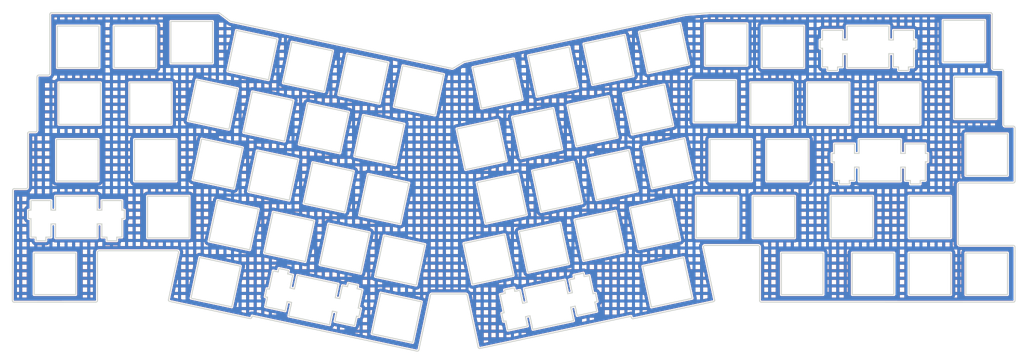
<source format=kicad_pcb>
(kicad_pcb (version 20211014) (generator pcbnew)
  (layers (0 "F.Cu" signal) (31 "B.Cu" signal) (34 "B.Paste" user) (35 "F.Paste" user) (36 "B.SilkS" user "B.Silkscreen") (37 "F.SilkS" user "F.Silkscreen") (38 "B.Mask" user) (39 "F.Mask" user) (44 "Edge.Cuts" user))
  (net 0 "")
  (gr_line (start 70.06905 161.5191) (end 70.06905 165.9895) (layer "Edge.Cuts") (width 0.35))
  (gr_line (start 230.19892 177.809304) (end 243.89392 174.897504) (layer "Edge.Cuts") (width 0.35))
  (gr_line (start 87.11945 161.5191) (end 85.59405 161.5191) (layer "Edge.Cuts") (width 0.35))
  (gr_line (start 259.61592 157.242104) (end 245.92192 160.153904) (layer "Edge.Cuts") (width 0.35))
  (gr_line (start 250.754583 178.863058) (end 249.067583 179.224128) (layer "Edge.Cuts") (width 0.35))
  (gr_line (start 194.427095 187.647305) (end 180.732095 184.735505) (layer "Edge.Cuts") (width 0.35))
  (gr_line (start 244.00692 102.132704) (end 230.31292 105.044804) (layer "Edge.Cuts") (width 0.35))
  (gr_line (start 87.11945 153.6906) (end 93.86915 153.6906) (layer "Edge.Cuts") (width 0.35))
  (gr_line (start 139.691095 156.536805) (end 125.996495 153.626405) (layer "Edge.Cuts") (width 0.35))
  (gr_line (start 167.919095 182.248105) (end 166.990095 186.619305) (layer "Edge.Cuts") (width 0.35))
  (gr_line (start 150.313095 183.075005) (end 151.242095 178.702505) (layer "Edge.Cuts") (width 0.35))
  (gr_line (start 337.36265 95.070196) (end 337.36265 99.771196) (layer "Edge.Cuts") (width 0.35))
  (gr_line (start 352.88665 104.370696) (end 352.88665 108.839596) (layer "Edge.Cuts") (width 0.35))
  (gr_line (start 268.71492 175.758804) (end 271.62492 189.452404) (layer "Edge.Cuts") (width 0.35))
  (gr_curve (pts (xy 112.888935 171.125027) (xy 112.888935 171.125027) (xy 109.478352 187.060395) (xy 109.478352 187.060395)) (layer "Edge.Cuts") (width 0.35))
  (gr_line (start 98.09535 147.169696) (end 98.09535 133.170396) (layer "Edge.Cuts") (width 0.35))
  (gr_line (start 351.36365 104.370696) (end 352.88665 104.370696) (layer "Edge.Cuts") (width 0.35))
  (gr_line (start 291.26165 133.170396) (end 305.26165 133.170396) (layer "Edge.Cuts") (width 0.35))
  (gr_line (start 70.06905 165.9895) (end 68.34505 165.9895) (layer "Edge.Cuts") (width 0.35))
  (gr_curve (pts (xy 209.27362 185.03005) (xy 209.509623 185.030244) (xy 209.713354 185.195432) (xy 209.762325 185.426298)) (layer "Edge.Cuts") (width 0.35))
  (gr_line (start 351.36365 99.771196) (end 351.36365 95.070196) (layer "Edge.Cuts") (width 0.35))
  (gr_line (start 234.62392 157.392404) (end 248.31892 154.482004) (layer "Edge.Cuts") (width 0.35))
  (gr_line (start 248.31892 154.482004) (end 245.40692 140.788204) (layer "Edge.Cuts") (width 0.35))
  (gr_line (start 157.909095 140.934505) (end 154.997095 154.627905) (layer "Edge.Cuts") (width 0.35))
  (gr_line (start 173.444095 192.695005) (end 174.025095 189.955505) (layer "Edge.Cuts") (width 0.35))
  (gr_line (start 335.83865 104.370696) (end 337.36265 104.370696) (layer "Edge.Cuts") (width 0.35))
  (gr_line (start 244.152583 180.265918) (end 245.080583 184.639798) (layer "Edge.Cuts") (width 0.35))
  (gr_line (start 354.61365 110.039796) (end 357.91365 110.039796) (layer "Edge.Cuts") (width 0.35))
  (gr_line (start 270.49092 110.817304) (end 284.18492 107.906804) (layer "Edge.Cuts") (width 0.35))
  (gr_line (start 257.28592 118.787904) (end 243.59192 121.696904) (layer "Edge.Cuts") (width 0.35))
  (gr_line (start 116.47585 152.220396) (end 116.47585 166.219696) (layer "Edge.Cuts") (width 0.35))
  (gr_line (start 363.616602 146.939592) (end 363.616602 140.669692) (layer "Edge.Cuts") (width 0.35))
  (gr_line (start 150.922095 100.497005) (end 148.012095 114.192205) (layer "Edge.Cuts") (width 0.35))
  (gr_curve (pts (xy 109.978343 187.560386) (xy 109.978343 187.560386) (xy 136.984791 193.316839) (xy 136.984791 193.316839)) (layer "Edge.Cuts") (width 0.35))
  (gr_line (start 383.55765 93.164196) (end 383.55765 107.165396) (layer "Edge.Cuts") (width 0.35))
  (gr_line (start 209.23492 143.314104) (end 222.92792 140.402604) (layer "Edge.Cuts") (width 0.35))
  (gr_line (start 347.84065 128.119696) (end 347.84065 114.120396) (layer "Edge.Cuts") (width 0.35))
  (gr_line (start 102.47615 166.219696) (end 102.47615 152.220396) (layer "Edge.Cuts") (width 0.35))
  (gr_line (start 188.190095 108.418305) (end 185.280095 122.113505) (layer "Edge.Cuts") (width 0.35))
  (gr_line (start 146.328095 177.657905) (end 144.640095 177.299605) (layer "Edge.Cuts") (width 0.35))
  (gr_line (start 94.69465 159.7196) (end 93.86915 159.7196) (layer "Edge.Cuts") (width 0.35))
  (gr_line (start 322.78865 95.070196) (end 322.78865 109.069696) (layer "Edge.Cuts") (width 0.35))
  (gr_line (start 123.086095 167.319805) (end 136.780995 170.230305) (layer "Edge.Cuts") (width 0.35))
  (gr_line (start 96.47365 114.120396) (end 110.47575 114.120396) (layer "Edge.Cuts") (width 0.35))
  (gr_line (start 155.415095 174.192105) (end 158.324095 160.498505) (layer "Edge.Cuts") (width 0.35))
  (gr_line (start 338.02865 114.120396) (end 338.02865 128.119696) (layer "Edge.Cuts") (width 0.35))
  (gr_line (start 146.576095 176.483805) (end 146.328095 177.657905) (layer "Edge.Cuts") (width 0.35))
  (gr_line (start 169.556095 104.458005) (end 166.646095 118.151405) (layer "Edge.Cuts") (width 0.35))
  (gr_curve (pts (xy 205.048169 109.282818) (xy 204.939487 109.348462) (xy 204.809902 109.3703) (xy 204.685709 109.343902)) (layer "Edge.Cuts") (width 0.35))
  (gr_line (start 315.26465 171.268896) (end 329.26565 171.268896) (layer "Edge.Cuts") (width 0.35))
  (gr_line (start 250.34592 139.738304) (end 253.25792 153.431804) (layer "Edge.Cuts") (width 0.35))
  (gr_line (start 355.341602 133.170392) (end 341.342602 133.170392) (layer "Edge.Cuts") (width 0.35))
  (gr_line (start 192.681095 182.113105) (end 195.593095 168.419405) (layer "Edge.Cuts") (width 0.35))
  (gr_line (start 363.616602 137.870792) (end 363.616602 134.640692) (layer "Edge.Cuts") (width 0.35))
  (gr_line (start 110.47575 114.120396) (end 110.47575 128.119696) (layer "Edge.Cuts") (width 0.35))
  (gr_line (start 356.867602 134.640692) (end 356.867602 137.870792) (layer "Edge.Cuts") (width 0.35))
  (gr_line (start 291.26165 147.169696) (end 291.26165 133.170396) (layer "Edge.Cuts") (width 0.35))
  (gr_curve (pts (xy 385.578329 90.640398) (xy 385.578329 90.640398) (xy 291.209338 90.640398) (xy 291.209338 90.640398)) (layer "Edge.Cuts") (width 0.35))
  (gr_line (start 133.668095 175.706605) (end 119.974595 172.794805) (layer "Edge.Cuts") (width 0.35))
  (gr_line (start 305.26165 147.169696) (end 291.26165 147.169696) (layer "Edge.Cuts") (width 0.35))
  (gr_curve (pts (xy 130.255339 93.475039) (xy 130.255339 93.475039) (xy 126.63492 90.741371) (xy 126.63492 90.741371)) (layer "Edge.Cuts") (width 0.35))
  (gr_line (start 310.31165 147.169696) (end 310.31165 133.170396) (layer "Edge.Cuts") (width 0.35))
  (gr_line (start 174.025095 189.955505) (end 173.219095 189.783205) (layer "Edge.Cuts") (width 0.35))
  (gr_line (start 136.780995 170.230305) (end 139.691095 156.536805) (layer "Edge.Cuts") (width 0.35))
  (gr_line (start 221.950583 194.258498) (end 222.758583 194.086298) (layer "Edge.Cuts") (width 0.35))
  (gr_line (start 391.17765 145.265396) (end 377.17765 145.265396) (layer "Edge.Cuts") (width 0.35))
  (gr_curve (pts (xy 283.250387 91.242458) (xy 283.22815 91.244144) (xy 283.20605 91.247317) (xy 283.184235 91.251953)) (layer "Edge.Cuts") (width 0.35))
  (gr_curve (pts (xy 137.568347 192.450376) (xy 137.568347 192.450376) (xy 193.078331 204.260379) (xy 193.078331 204.260379)) (layer "Edge.Cuts") (width 0.35))
  (gr_line (start 96.47365 128.119696) (end 96.47365 114.120396) (layer "Edge.Cuts") (width 0.35))
  (gr_line (start 330.81265 108.839596) (end 330.81265 110.039796) (layer "Edge.Cuts") (width 0.35))
  (gr_line (start 166.475095 181.706605) (end 152.781095 178.794805) (layer "Edge.Cuts") (width 0.35))
  (gr_line (start 180.732095 184.735505) (end 177.822095 198.429085) (layer "Edge.Cuts") (width 0.35))
  (gr_line (start 148.428095 133.755105) (end 151.340095 120.061405) (layer "Edge.Cuts") (width 0.35))
  (gr_line (start 174.523095 183.651005) (end 172.836095 183.292705) (layer "Edge.Cuts") (width 0.35))
  (gr_line (start 246.50092 135.391804) (end 260.19592 132.481304) (layer "Edge.Cuts") (width 0.35))
  (gr_line (start 229.68492 158.442304) (end 226.77292 144.748804) (layer "Edge.Cuts") (width 0.35))
  (gr_curve (pts (xy 374.648363 148.280665) (xy 374.648363 148.004417) (xy 374.872385 147.780516) (xy 375.148633 147.780665)) (layer "Edge.Cuts") (width 0.35))
  (gr_line (start 222.758583 194.086298) (end 223.429583 197.246098) (layer "Edge.Cuts") (width 0.35))
  (gr_line (start 285.92765 113.358396) (end 299.92865 113.358396) (layer "Edge.Cuts") (width 0.35))
  (gr_line (start 174.047095 178.152605) (end 176.959095 164.457705) (layer "Edge.Cuts") (width 0.35))
  (gr_line (start 139.274095 136.972805) (end 136.363595 150.666205) (layer "Edge.Cuts") (width 0.35))
  (gr_line (start 359.63765 99.771196) (end 359.63765 96.541196) (layer "Edge.Cuts") (width 0.35))
  (gr_line (start 169.607095 182.606405) (end 167.919095 182.248105) (layer "Edge.Cuts") (width 0.35))
  (gr_line (start 248.83292 173.847504) (end 262.52792 170.937004) (layer "Edge.Cuts") (width 0.35))
  (gr_line (start 72.18705 95.070196) (end 86.18635 95.070196) (layer "Edge.Cuts") (width 0.35))
  (gr_line (start 358.12765 152.220396) (end 372.12665 152.220396) (layer "Edge.Cuts") (width 0.35))
  (gr_curve (pts (xy 308.468316 187.80038) (xy 308.468316 187.80038) (xy 393.208299 187.810392) (xy 393.208299 187.810392)) (layer "Edge.Cuts") (width 0.35))
  (gr_line (start 141.720095 171.280305) (end 155.415095 174.192105) (layer "Edge.Cuts") (width 0.35))
  (gr_line (start 86.18635 95.070196) (end 86.18635 109.069696) (layer "Edge.Cuts") (width 0.35))
  (gr_line (start 347.84065 114.120396) (end 361.83965 114.120396) (layer "Edge.Cuts") (width 0.35))
  (gr_curve (pts (xy 283.184235 91.251953) (xy 283.184235 91.251953) (xy 208.764429 107.070475) (xy 208.764429 107.070475)) (layer "Edge.Cuts") (width 0.35))
  (gr_line (start 253.25792 153.431804) (end 266.95092 150.519904) (layer "Edge.Cuts") (width 0.35))
  (gr_curve (pts (xy 393.708268 129.240389) (xy 393.708268 128.964264) (xy 393.484466 128.740419) (xy 393.208299 128.740398)) (layer "Edge.Cuts") (width 0.35))
  (gr_line (start 240.98192 161.203804) (end 227.28892 164.114204) (layer "Edge.Cuts") (width 0.35))
  (gr_line (start 357.91365 110.039796) (end 357.91365 108.839596) (layer "Edge.Cuts") (width 0.35))
  (gr_line (start 227.28892 164.114204) (end 230.19892 177.809304) (layer "Edge.Cuts") (width 0.35))
  (gr_line (start 356.867602 137.870792) (end 355.341602 137.870792) (layer "Edge.Cuts") (width 0.35))
  (gr_line (start 86.66325 128.119696) (end 72.66365 128.119696) (layer "Edge.Cuts") (width 0.35))
  (gr_line (start 335.83865 108.839596) (end 335.83865 104.370696) (layer "Edge.Cuts") (width 0.35))
  (gr_line (start 372.12665 185.269796) (end 358.12765 185.269796) (layer "Edge.Cuts") (width 0.35))
  (gr_line (start 230.851583 192.366498) (end 231.828583 196.963598) (layer "Edge.Cuts") (width 0.35))
  (gr_line (start 352.88665 99.771196) (end 351.36365 99.771196) (layer "Edge.Cuts") (width 0.35))
  (gr_line (start 243.89392 174.897504) (end 240.98192 161.203804) (layer "Edge.Cuts") (width 0.35))
  (gr_line (start 341.342602 142.470692) (end 341.342602 147.169692) (layer "Edge.Cuts") (width 0.35))
  (gr_curve (pts (xy 130.452676 93.565085) (xy 130.3811 93.549871) (xy 130.313737 93.519133) (xy 130.255339 93.475039)) (layer "Edge.Cuts") (width 0.35))
  (gr_line (start 222.34992 165.164404) (end 208.65592 168.074904) (layer "Edge.Cuts") (width 0.35))
  (gr_line (start 264.55592 156.191904) (end 267.46692 169.887004) (layer "Edge.Cuts") (width 0.35))
  (gr_line (start 253.311583 190.894698) (end 252.639583 187.734898) (layer "Edge.Cuts") (width 0.35))
  (gr_line (start 318.97865 114.120396) (end 318.97865 128.119696) (layer "Edge.Cuts") (width 0.35))
  (gr_curve (pts (xy 193.578343 203.760388) (xy 193.578343 203.760388) (xy 197.474142 185.416853) (xy 197.474142 185.416853)) (layer "Edge.Cuts") (width 0.35))
  (gr_line (start 64.37625 171.268896) (end 78.37585 171.268896) (layer "Edge.Cuts") (width 0.35))
  (gr_line (start 149.805095 177.171405) (end 146.576095 176.483805) (layer "Edge.Cuts") (width 0.35))
  (gr_line (start 183.250095 107.368405) (end 169.556095 104.458005) (layer "Edge.Cuts") (width 0.35))
  (gr_line (start 171.965095 195.681265) (end 172.636095 192.522805) (layer "Edge.Cuts") (width 0.35))
  (gr_line (start 260.19592 132.481304) (end 257.28592 118.787904) (layer "Edge.Cuts") (width 0.35))
  (gr_line (start 222.559583 184.856198) (end 220.871583 185.215798) (layer "Edge.Cuts") (width 0.35))
  (gr_line (start 187.326095 161.499005) (end 190.237095 147.805605) (layer "Edge.Cuts") (width 0.35))
  (gr_line (start 352.88665 96.541196) (end 352.88665 99.771196) (layer "Edge.Cuts") (width 0.35))
  (gr_line (start 363.616602 134.640692) (end 356.867602 134.640692) (layer "Edge.Cuts") (width 0.35))
  (gr_line (start 178.988095 179.201305) (end 192.681095 182.113105) (layer "Edge.Cuts") (width 0.35))
  (gr_line (start 87.11945 165.9895) (end 87.11945 161.5191) (layer "Edge.Cuts") (width 0.35))
  (gr_line (start 229.895583 187.867198) (end 228.403583 188.184098) (layer "Edge.Cuts") (width 0.35))
  (gr_line (start 305.73965 152.220396) (end 319.74065 152.220396) (layer "Edge.Cuts") (width 0.35))
  (gr_line (start 110.28705 93.546196) (end 124.28635 93.546196) (layer "Edge.Cuts") (width 0.35))
  (gr_line (start 220.01792 126.708804) (end 206.32292 129.619304) (layer "Edge.Cuts") (width 0.35))
  (gr_line (start 334.792602 148.139792) (end 338.092602 148.139792) (layer "Edge.Cuts") (width 0.35))
  (gr_line (start 149.357095 187.574205) (end 150.848095 187.892605) (layer "Edge.Cuts") (width 0.35))
  (gr_line (start 245.40692 140.788204) (end 231.71392 143.698604) (layer "Edge.Cuts") (width 0.35))
  (gr_line (start 213.07992 147.659204) (end 215.98992 161.352704) (layer "Edge.Cuts") (width 0.35))
  (gr_line (start 333.067602 137.870792) (end 332.241602 137.870792) (layer "Edge.Cuts") (width 0.35))
  (gr_line (start 164.616095 103.408005) (end 150.922095 100.497005) (layer "Edge.Cuts") (width 0.35))
  (gr_line (start 358.12765 171.268896) (end 372.12665 171.268896) (layer "Edge.Cuts") (width 0.35))
  (gr_line (start 245.589583 178.734898) (end 245.838583 179.909008) (layer "Edge.Cuts") (width 0.35))
  (gr_line (start 68.34505 167.1897) (end 65.04465 167.1897) (layer "Edge.Cuts") (width 0.35))
  (gr_curve (pts (xy 213.958344 203.350378) (xy 213.958344 203.350378) (xy 264.80832 192.530389) (xy 264.80832 192.530389)) (layer "Edge.Cuts") (width 0.35))
  (gr_line (start 151.340095 120.061405) (end 137.645095 117.150905) (layer "Edge.Cuts") (width 0.35))
  (gr_line (start 319.74065 166.219696) (end 305.73965 166.219696) (layer "Edge.Cuts") (width 0.35))
  (gr_line (start 341.342602 137.870792) (end 339.816602 137.870792) (layer "Edge.Cuts") (width 0.35))
  (gr_line (start 176.959095 164.457705) (end 163.264095 161.547305) (layer "Edge.Cuts") (width 0.35))
  (gr_line (start 266.95092 150.519904) (end 264.04092 136.826504) (layer "Edge.Cuts") (width 0.35))
  (gr_line (start 130.758995 189.400205) (end 133.668095 175.706605) (layer "Edge.Cuts") (width 0.35))
  (gr_line (start 334.11365 108.839596) (end 335.83865 108.839596) (layer "Edge.Cuts") (width 0.35))
  (gr_line (start 356.867602 142.470692) (end 356.867602 146.939592) (layer "Edge.Cuts") (width 0.35))
  (gr_line (start 158.324095 160.498505) (end 144.630095 157.586705) (layer "Edge.Cuts") (width 0.35))
  (gr_line (start 357.91365 108.839596) (end 359.63765 108.839596) (layer "Edge.Cuts") (width 0.35))
  (gr_line (start 353.07665 171.268896) (end 353.07665 185.269796) (layer "Edge.Cuts") (width 0.35))
  (gr_line (start 355.341602 142.470692) (end 356.867602 142.470692) (layer "Edge.Cuts") (width 0.35))
  (gr_line (start 63.31805 156.9207) (end 63.31805 153.6906) (layer "Edge.Cuts") (width 0.35))
  (gr_line (start 337.36265 109.069696) (end 351.36365 109.069696) (layer "Edge.Cuts") (width 0.35))
  (gr_line (start 329.08765 99.771196) (end 328.26265 99.771196) (layer "Edge.Cuts") (width 0.35))
  (gr_line (start 324.31165 147.169696) (end 310.31165 147.169696) (layer "Edge.Cuts") (width 0.35))
  (gr_curve (pts (xy 386.078329 91.140398) (xy 386.078329 90.864255) (xy 385.854471 90.640398) (xy 385.578329 90.640398)) (layer "Edge.Cuts") (width 0.35))
  (gr_line (start 253.446583 187.563998) (end 252.865583 184.824498) (layer "Edge.Cuts") (width 0.35))
  (gr_line (start 117.730995 146.705605) (end 131.424695 149.617405) (layer "Edge.Cuts") (width 0.35))
  (gr_curve (pts (xy 69.658345 111.090389) (xy 69.658345 111.366532) (xy 69.434487 111.590389) (xy 69.158345 111.590389)) (layer "Edge.Cuts") (width 0.35))
  (gr_line (start 285.58492 146.561104) (end 282.67492 132.864504) (layer "Edge.Cuts") (width 0.35))
  (gr_line (start 351.36365 95.070196) (end 337.36265 95.070196) (layer "Edge.Cuts") (width 0.35))
  (gr_line (start 70.0693 153.6906) (end 70.06905 156.9207) (layer "Edge.Cuts") (width 0.35))
  (gr_line (start 284.18492 107.906804) (end 281.27592 94.211704) (layer "Edge.Cuts") (width 0.35))
  (gr_line (start 361.891602 146.939592) (end 363.616602 146.939592) (layer "Edge.Cuts") (width 0.35))
  (gr_line (start 136.363595 150.666205) (end 150.057095 153.578105) (layer "Edge.Cuts") (width 0.35))
  (gr_curve (pts (xy 62.728351 130.640389) (xy 62.452208 130.640389) (xy 62.228351 130.864247) (xy 62.228351 131.140389)) (layer "Edge.Cuts") (width 0.35))
  (gr_line (start 245.080583 184.639798) (end 243.588583 184.956798) (layer "Edge.Cuts") (width 0.35))
  (gr_line (start 225.787583 184.169898) (end 225.537583 182.995818) (layer "Edge.Cuts") (width 0.35))
  (gr_line (start 172.836095 183.292705) (end 173.084095 182.118605) (layer "Edge.Cuts") (width 0.35))
  (gr_line (start 85.59405 166.2196) (end 71.59445 166.2196) (layer "Edge.Cuts") (width 0.35))
  (gr_line (start 180.339095 121.063305) (end 183.250095 107.368405) (layer "Edge.Cuts") (width 0.35))
  (gr_line (start 215.98992 161.352704) (end 229.68492 158.442304) (layer "Edge.Cuts") (width 0.35))
  (gr_curve (pts (xy 264.901875 192.886827) (xy 264.901875 193.162973) (xy 265.125742 193.386839) (xy 265.401888 193.386839)) (layer "Edge.Cuts") (width 0.35))
  (gr_line (start 225.25992 178.858004) (end 222.34992 165.164404) (layer "Edge.Cuts") (width 0.35))
  (gr_curve (pts (xy 62.228351 131.140389) (xy 62.228351 131.140389) (xy 62.228351 149.219286) (xy 62.228351 149.219286)) (layer "Edge.Cuts") (width 0.35))
  (gr_line (start 238.65192 122.747104) (end 224.95692 125.659004) (layer "Edge.Cuts") (width 0.35))
  (gr_line (start 339.816602 134.640692) (end 333.067602 134.640692) (layer "Edge.Cuts") (width 0.35))
  (gr_line (start 356.867602 146.939592) (end 358.592602 146.939592) (layer "Edge.Cuts") (width 0.35))
  (gr_line (start 134.335195 135.922605) (end 120.640295 133.012205) (layer "Edge.Cuts") (width 0.35))
  (gr_line (start 227.86892 139.352404) (end 241.56192 136.442004) (layer "Edge.Cuts") (width 0.35))
  (gr_line (start 177.822095 198.429085) (end 191.515095 201.340875) (layer "Edge.Cuts") (width 0.35))
  (gr_line (start 242.611583 180.358238) (end 228.917583 183.270028) (layer "Edge.Cuts") (width 0.35))
  (gr_line (start 149.555095 178.344205) (end 149.805095 177.171405) (layer "Edge.Cuts") (width 0.35))
  (gr_line (start 70.06905 156.9207) (end 71.59445 156.9207) (layer "Edge.Cuts") (width 0.35))
  (gr_line (start 227.475583 183.811598) (end 225.787583 184.169898) (layer "Edge.Cuts") (width 0.35))
  (gr_curve (pts (xy 112.400008 170.520384) (xy 112.718279 170.520384) (xy 112.955545 170.813804) (xy 112.888935 171.125027)) (layer "Edge.Cuts") (width 0.35))
  (gr_line (start 220.871583 185.215798) (end 222.176583 191.348098) (layer "Edge.Cuts") (width 0.35))
  (gr_line (start 112.09505 133.170396) (end 112.09505 147.169696) (layer "Edge.Cuts") (width 0.35))
  (gr_curve (pts (xy 193.078331 204.260379) (xy 193.354477 204.260379) (xy 193.578343 204.036534) (xy 193.578343 203.760388)) (layer "Edge.Cuts") (width 0.35))
  (gr_line (start 153.368095 134.806405) (end 167.062095 137.715405) (layer "Edge.Cuts") (width 0.35))
  (gr_line (start 144.640095 177.299605) (end 143.337095 183.433205) (layer "Edge.Cuts") (width 0.35))
  (gr_line (start 228.28492 119.788404) (end 225.37292 106.095004) (layer "Edge.Cuts") (width 0.35))
  (gr_curve (pts (xy 375.148633 147.780665) (xy 375.148633 147.780665) (xy 393.198308 147.790398) (xy 393.198308 147.790398)) (layer "Edge.Cuts") (width 0.35))
  (gr_curve (pts (xy 69.158345 111.590389) (xy 69.158345 111.590389) (xy 65.868352 111.590389) (xy 65.868352 111.590389)) (layer "Edge.Cuts") (width 0.35))
  (gr_line (start 289.73665 94.308196) (end 303.73865 94.308196) (layer "Edge.Cuts") (width 0.35))
  (gr_line (start 244.546583 189.456098) (end 246.038583 189.139098) (layer "Edge.Cuts") (width 0.35))
  (gr_line (start 387.36765 126.215396) (end 373.36665 126.215396) (layer "Edge.Cuts") (width 0.35))
  (gr_line (start 222.310583 183.682098) (end 222.559583 184.856198) (layer "Edge.Cuts") (width 0.35))
  (gr_curve (pts (xy 209.762325 185.426298) (xy 209.762325 185.426298) (xy 213.458332 202.850387) (xy 213.458332 202.850387)) (layer "Edge.Cuts") (width 0.35))
  (gr_line (start 129.378295 110.230505) (end 143.073095 113.142305) (layer "Edge.Cuts") (width 0.35))
  (gr_curve (pts (xy 57.658345 149.710392) (xy 57.382221 149.710392) (xy 57.158354 149.934237) (xy 57.158354 150.210383)) (layer "Edge.Cuts") (width 0.35))
  (gr_line (start 299.92865 127.357696) (end 285.92765 127.357696) (layer "Edge.Cuts") (width 0.35))
  (gr_curve (pts (xy 389.388291 109.690398) (xy 389.388291 109.690398) (xy 386.578329 109.690398) (xy 386.578329 109.690398)) (layer "Edge.Cuts") (width 0.35))
  (gr_line (start 275.91792 114.826204) (end 262.22492 117.737704) (layer "Edge.Cuts") (width 0.35))
  (gr_line (start 156.279095 121.111605) (end 153.368095 134.806405) (layer "Edge.Cuts") (width 0.35))
  (gr_curve (pts (xy 137.484782 192.816827) (xy 137.484782 192.816827) (xy 137.568347 192.450376) (xy 137.568347 192.450376)) (layer "Edge.Cuts") (width 0.35))
  (gr_line (start 262.52792 170.937004) (end 259.61592 157.242104) (layer "Edge.Cuts") (width 0.35))
  (gr_curve (pts (xy 289.595817 168.75038) (xy 289.595817 168.75038) (xy 307.468325 168.75038) (xy 307.468325 168.75038)) (layer "Edge.Cuts") (width 0.35))
  (gr_line (start 360.46265 102.570196) (end 360.46265 99.771196) (layer "Edge.Cuts") (width 0.35))
  (gr_line (start 132.706395 116.101105) (end 119.011195 113.190705) (layer "Edge.Cuts") (width 0.35))
  (gr_line (start 116.47585 166.219696) (end 102.47615 166.219696) (layer "Edge.Cuts") (width 0.35))
  (gr_line (start 150.057095 153.578105) (end 152.969095 139.884705) (layer "Edge.Cuts") (width 0.35))
  (gr_curve (pts (xy 62.228351 149.219286) (xy 62.228351 149.495855) (xy 62.003826 149.719889) (xy 61.727258 149.719285)) (layer "Edge.Cuts") (width 0.35))
  (gr_line (start 131.424695 149.617405) (end 134.335195 135.922605) (layer "Edge.Cuts") (width 0.35))
  (gr_line (start 221.369583 191.518998) (end 221.950583 194.258498) (layer "Edge.Cuts") (width 0.35))
  (gr_line (start 143.073095 113.142305) (end 145.983095 99.447005) (layer "Edge.Cuts") (width 0.35))
  (gr_line (start 231.71392 143.698604) (end 234.62392 157.392404) (layer "Edge.Cuts") (width 0.35))
  (gr_line (start 168.691095 157.538405) (end 171.603095 143.843505) (layer "Edge.Cuts") (width 0.35))
  (gr_line (start 85.5936 152.2203) (end 85.5936 156.9207) (layer "Edge.Cuts") (width 0.35))
  (gr_line (start 105.23635 109.069696) (end 91.23565 109.069696) (layer "Edge.Cuts") (width 0.35))
  (gr_line (start 339.816602 146.939592) (end 339.816602 142.470692) (layer "Edge.Cuts") (width 0.35))
  (gr_line (start 65.04465 165.9895) (end 63.31805 165.9895) (layer "Edge.Cuts") (width 0.35))
  (gr_line (start 86.66325 114.120396) (end 86.66325 128.119696) (layer "Edge.Cuts") (width 0.35))
  (gr_line (start 286.68965 152.220396) (end 300.69065 152.220396) (layer "Edge.Cuts") (width 0.35))
  (gr_line (start 249.067583 179.224128) (end 248.818583 178.048638) (layer "Edge.Cuts") (width 0.35))
  (gr_line (start 85.90125 147.169696) (end 71.90165 147.169696) (layer "Edge.Cuts") (width 0.35))
  (gr_line (start 172.001095 138.765605) (end 185.696095 141.677505) (layer "Edge.Cuts") (width 0.35))
  (gr_line (start 124.28635 93.546196) (end 124.28635 107.545696) (layer "Edge.Cuts") (width 0.35))
  (gr_line (start 243.59192 121.696904) (end 246.50092 135.391804) (layer "Edge.Cuts") (width 0.35))
  (gr_line (start 191.515095 201.340875) (end 194.427095 187.647305) (layer "Edge.Cuts") (width 0.35))
  (gr_line (start 282.40992 172.847004) (end 268.71492 175.758804) (layer "Edge.Cuts") (width 0.35))
  (gr_line (start 91.23565 95.070196) (end 105.23635 95.070196) (layer "Edge.Cuts") (width 0.35))
  (gr_line (start 278.82992 128.521104) (end 275.91792 114.826204) (layer "Edge.Cuts") (width 0.35))
  (gr_line (start 330.81265 110.039796) (end 334.11365 110.039796) (layer "Edge.Cuts") (width 0.35))
  (gr_line (start 352.88665 108.839596) (end 354.61365 108.839596) (layer "Edge.Cuts") (width 0.35))
  (gr_line (start 92.14515 167.1897) (end 88.84495 167.1897) (layer "Edge.Cuts") (width 0.35))
  (gr_line (start 334.11365 110.039796) (end 334.11365 108.839596) (layer "Edge.Cuts") (width 0.35))
  (gr_line (start 286.68965 166.219696) (end 286.68965 152.220396) (layer "Edge.Cuts") (width 0.35))
  (gr_line (start 264.04092 136.826504) (end 250.34592 139.738304) (layer "Edge.Cuts") (width 0.35))
  (gr_line (start 361.83965 114.120396) (end 361.83965 128.119696) (layer "Edge.Cuts") (width 0.35))
  (gr_line (start 185.696095 141.677505) (end 188.606095 127.982305) (layer "Edge.Cuts") (width 0.35))
  (gr_line (start 110.28705 107.545696) (end 110.28705 93.546196) (layer "Edge.Cuts") (width 0.35))
  (gr_line (start 345.93265 166.219696) (end 331.93365 166.219696) (layer "Edge.Cuts") (width 0.35))
  (gr_line (start 124.28635 107.545696) (end 110.28705 107.545696) (layer "Edge.Cuts") (width 0.35))
  (gr_line (start 351.36365 109.069696) (end 351.36365 104.370696) (layer "Edge.Cuts") (width 0.35))
  (gr_line (start 339.07765 185.269796) (end 339.07765 171.268896) (layer "Edge.Cuts") (width 0.35))
  (gr_curve (pts (xy 65.368361 112.090402) (xy 65.368361 112.090402) (xy 65.378072 130.14012) (xy 65.378072 130.14012)) (layer "Edge.Cuts") (width 0.35))
  (gr_line (start 72.66365 128.119696) (end 72.66365 114.120396) (layer "Edge.Cuts") (width 0.35))
  (gr_line (start 98.09535 133.170396) (end 112.09505 133.170396) (layer "Edge.Cuts") (width 0.35))
  (gr_line (start 329.08765 102.570196) (end 329.08765 108.839596) (layer "Edge.Cuts") (width 0.35))
  (gr_curve (pts (xy 126.333627 90.640398) (xy 126.333627 90.640398) (xy 70.158345 90.640398) (xy 70.158345 90.640398)) (layer "Edge.Cuts") (width 0.35))
  (gr_line (start 228.403583 188.184098) (end 227.475583 183.811598) (layer "Edge.Cuts") (width 0.35))
  (gr_line (start 328.26265 102.570196) (end 329.08765 102.570196) (layer "Edge.Cuts") (width 0.35))
  (gr_line (start 151.242095 178.702505) (end 149.555095 178.344205) (layer "Edge.Cuts") (width 0.35))
  (gr_line (start 223.429583 197.246098) (end 230.031583 195.841898) (layer "Edge.Cuts") (width 0.35))
  (gr_line (start 87.11945 156.9207) (end 87.11945 153.6906) (layer "Edge.Cuts") (width 0.35))
  (gr_curve (pts (xy 57.588345 187.80038) (xy 57.588345 187.80038) (xy 85.168359 187.790389) (xy 85.168359 187.790389)) (layer "Edge.Cuts") (width 0.35))
  (gr_line (start 300.69065 166.219696) (end 286.68965 166.219696) (layer "Edge.Cuts") (width 0.35))
  (gr_curve (pts (xy 264.80832 192.530389) (xy 264.80832 192.530389) (xy 264.901875 192.886827) (xy 264.901875 192.886827)) (layer "Edge.Cuts") (width 0.35))
  (gr_line (start 231.828583 196.963598) (end 245.523583 194.051798) (layer "Edge.Cuts") (width 0.35))
  (gr_line (start 369.55665 93.164196) (end 383.55765 93.164196) (layer "Edge.Cuts") (width 0.35))
  (gr_line (start 144.630095 157.586705) (end 141.720095 171.280305) (layer "Edge.Cuts") (width 0.35))
  (gr_line (start 271.89092 149.470104) (end 285.58492 146.561104) (layer "Edge.Cuts") (width 0.35))
  (gr_line (start 93.86915 153.6906) (end 93.86915 156.9207) (layer "Edge.Cuts") (width 0.35))
  (gr_curve (pts (xy 307.968325 187.300389) (xy 307.968325 187.576535) (xy 308.19217 187.80038) (xy 308.468316 187.80038)) (layer "Edge.Cuts") (width 0.35))
  (gr_curve (pts (xy 289.106749 169.354363) (xy 289.040617 169.043321) (xy 289.277822 168.75038) (xy 289.595817 168.75038)) (layer "Edge.Cuts") (width 0.35))
  (gr_line (start 332.241602 140.669692) (end 333.067602 140.669692) (layer "Edge.Cuts") (width 0.35))
  (gr_line (start 152.781095 178.794805) (end 151.804095 183.391905) (layer "Edge.Cuts") (width 0.35))
  (gr_line (start 165.363095 194.278405) (end 171.965095 195.681265) (layer "Edge.Cuts") (width 0.35))
  (gr_line (start 333.067602 146.939592) (end 334.792602 146.939592) (layer "Edge.Cuts") (width 0.35))
  (gr_line (start 150.848095 187.892605) (end 149.871095 192.488305) (layer "Edge.Cuts") (width 0.35))
  (gr_line (start 92.14515 165.9895) (end 92.14515 167.1897) (layer "Edge.Cuts") (width 0.35))
  (gr_line (start 174.913095 125.071905) (end 172.001095 138.765605) (layer "Edge.Cuts") (width 0.35))
  (gr_line (start 281.27592 94.211704) (end 267.58092 97.123704) (layer "Edge.Cuts") (width 0.35))
  (gr_curve (pts (xy 389.898036 128.240667) (xy 389.898036 128.240667) (xy 389.888303 110.190389) (xy 389.888303 110.190389)) (layer "Edge.Cuts") (width 0.35))
  (gr_line (start 120.640295 133.012205) (end 117.730995 146.705605) (layer "Edge.Cuts") (width 0.35))
  (gr_curve (pts (xy 197.474142 185.416853) (xy 197.523226 185.185742) (xy 197.727381 185.020532) (xy 197.963646 185.020726)) (layer "Edge.Cuts") (width 0.35))
  (gr_line (start 391.17765 131.264296) (end 391.17765 145.265396) (layer "Edge.Cuts") (width 0.35))
  (gr_line (start 229.360583 192.683398) (end 230.851583 192.366498) (layer "Edge.Cuts") (width 0.35))
  (gr_line (start 246.708583 192.298998) (end 253.311583 190.894698) (layer "Edge.Cuts") (width 0.35))
  (gr_line (start 359.63765 102.570196) (end 360.46265 102.570196) (layer "Edge.Cuts") (width 0.35))
  (gr_line (start 305.26165 133.170396) (end 305.26165 147.169696) (layer "Edge.Cuts") (width 0.35))
  (gr_line (start 329.08765 108.839596) (end 330.81265 108.839596) (layer "Edge.Cuts") (width 0.35))
  (gr_curve (pts (xy 85.168359 187.790389) (xy 85.444505 187.790389) (xy 85.66835 187.566523) (xy 85.66835 187.290377)) (layer "Edge.Cuts") (width 0.35))
  (gr_line (start 173.084095 182.118605) (end 169.857095 181.432305) (layer "Edge.Cuts") (width 0.35))
  (gr_line (start 145.983095 99.447005) (end 132.290095 96.537005) (layer "Edge.Cuts") (width 0.35))
  (gr_line (start 142.082095 189.331305) (end 148.686095 190.734105) (layer "Edge.Cuts") (width 0.35))
  (gr_line (start 262.22492 117.737704) (end 265.13492 131.431504) (layer "Edge.Cuts") (width 0.35))
  (gr_line (start 163.264095 161.547305) (end 160.354095 175.242205) (layer "Edge.Cuts") (width 0.35))
  (gr_line (start 171.603095 143.843505) (end 157.909095 140.934505) (layer "Edge.Cuts") (width 0.35))
  (gr_line (start 142.755095 186.171405) (end 142.082095 189.331305) (layer "Edge.Cuts") (width 0.35))
  (gr_line (start 331.93365 166.219696) (end 331.93365 152.220396) (layer "Edge.Cuts") (width 0.35))
  (gr_line (start 387.36765 112.214296) (end 387.36765 126.215396) (layer "Edge.Cuts") (width 0.35))
  (gr_line (start 117.064195 186.489705) (end 130.758995 189.400205) (layer "Edge.Cuts") (width 0.35))
  (gr_line (start 72.66365 114.120396) (end 86.66325 114.120396) (layer "Edge.Cuts") (width 0.35))
  (gr_line (start 369.55665 107.165396) (end 369.55665 93.164196) (layer "Edge.Cuts") (width 0.35))
  (gr_line (start 332.241602 137.870792) (end 332.241602 140.669692) (layer "Edge.Cuts") (width 0.35))
  (gr_line (start 252.639583 187.734898) (end 253.446583 187.563998) (layer "Edge.Cuts") (width 0.35))
  (gr_line (start 143.337095 183.433205) (end 142.529095 183.261005) (layer "Edge.Cuts") (width 0.35))
  (gr_curve (pts (xy 292.388333 187.640377) (xy 292.664479 187.640377) (xy 292.888324 187.416532) (xy 292.888324 187.140386)) (layer "Edge.Cuts") (width 0.35))
  (gr_line (start 166.990095 186.619305) (end 165.498095 186.302305) (layer "Edge.Cuts") (width 0.35))
  (gr_line (start 78.37585 171.268896) (end 78.37585 185.269796) (layer "Edge.Cuts") (width 0.35))
  (gr_line (start 338.092602 146.939592) (end 339.816602 146.939592) (layer "Edge.Cuts") (width 0.35))
  (gr_curve (pts (xy 204.685709 109.343902) (xy 204.685709 109.343902) (xy 130.452676 93.565085) (xy 130.452676 93.565085)) (layer "Edge.Cuts") (width 0.35))
  (gr_line (start 262.64192 98.173704) (end 248.94692 101.083704) (layer "Edge.Cuts") (width 0.35))
  (gr_curve (pts (xy 374.648363 168.240389) (xy 374.648363 168.240389) (xy 374.648363 148.280665) (xy 374.648363 148.280665)) (layer "Edge.Cuts") (width 0.35))
  (gr_curve (pts (xy 208.764429 107.070475) (xy 208.709866 107.082073) (xy 208.657629 107.102719) (xy 208.609881 107.131558)) (layer "Edge.Cuts") (width 0.35))
  (gr_curve (pts (xy 307.468325 168.75038) (xy 307.744467 168.75038) (xy 307.968325 168.974238) (xy 307.968325 169.25038)) (layer "Edge.Cuts") (width 0.35))
  (gr_curve (pts (xy 61.727258 149.719285) (xy 61.727258 149.719285) (xy 57.658345 149.710392) (xy 57.658345 149.710392)) (layer "Edge.Cuts") (width 0.35))
  (gr_line (start 308.78765 109.069696) (end 308.78765 95.070196) (layer "Edge.Cuts") (width 0.35))
  (gr_line (start 85.5936 156.9207) (end 85.59405 156.9207) (layer "Edge.Cuts") (width 0.35))
  (gr_line (start 222.92792 140.402604) (end 220.01792 126.708804) (layer "Edge.Cuts") (width 0.35))
  (gr_line (start 119.011195 113.190705) (end 116.100795 126.884105) (layer "Edge.Cuts") (width 0.35))
  (gr_line (start 372.12665 152.220396) (end 372.12665 166.219696) (layer "Edge.Cuts") (width 0.35))
  (gr_line (start 265.55192 111.867504) (end 262.64192 98.173704) (layer "Edge.Cuts") (width 0.35))
  (gr_line (start 358.592602 146.939592) (end 358.592602 148.139792) (layer "Edge.Cuts") (width 0.35))
  (gr_line (start 225.37292 106.095004) (end 211.67992 109.005404) (layer "Edge.Cuts") (width 0.35))
  (gr_curve (pts (xy 393.208299 128.740398) (xy 393.208299 128.740398) (xy 390.398036 128.740398) (xy 390.398036 128.740398)) (layer "Edge.Cuts") (width 0.35))
  (gr_line (start 338.092602 148.139792) (end 338.092602 146.939592) (layer "Edge.Cuts") (width 0.35))
  (gr_line (start 364.442602 140.669692) (end 364.442602 137.870792) (layer "Edge.Cuts") (width 0.35))
  (gr_curve (pts (xy 291.171533 90.641829) (xy 291.171533 90.641829) (xy 283.250387 91.242458) (xy 283.250387 91.242458)) (layer "Edge.Cuts") (width 0.35))
  (gr_curve (pts (xy 389.888303 110.190389) (xy 389.888303 109.914264) (xy 389.664415 109.690398) (xy 389.388291 109.690398)) (layer "Edge.Cuts") (width 0.35))
  (gr_curve (pts (xy 291.209338 90.640398) (xy 291.196723 90.640398) (xy 291.184112 90.640875) (xy 291.171533 90.641829)) (layer "Edge.Cuts") (width 0.35))
  (gr_line (start 176.542095 144.893705) (end 173.631095 158.588605) (layer "Edge.Cuts") (width 0.35))
  (gr_line (start 71.59445 152.2203) (end 85.5936 152.2203) (layer "Edge.Cuts") (width 0.35))
  (gr_line (start 303.73865 94.308196) (end 303.73865 108.307696) (layer "Edge.Cuts") (width 0.35))
  (gr_curve (pts (xy 197.963646 185.020726) (xy 197.963646 185.020726) (xy 209.27362 185.03005) (xy 209.27362 185.03005)) (layer "Edge.Cuts") (width 0.35))
  (gr_line (start 318.97865 128.119696) (end 304.97765 128.119696) (layer "Edge.Cuts") (width 0.35))
  (gr_line (start 172.636095 192.522805) (end 173.444095 192.695005) (layer "Edge.Cuts") (width 0.35))
  (gr_line (start 319.74065 152.220396) (end 319.74065 166.219696) (layer "Edge.Cuts") (width 0.35))
  (gr_line (start 63.31805 159.7196) (end 62.49535 159.7196) (layer "Edge.Cuts") (width 0.35))
  (gr_line (start 93.86915 159.7196) (end 93.86915 165.9895) (layer "Edge.Cuts") (width 0.35))
  (gr_line (start 339.816602 137.870792) (end 339.816602 134.640692) (layer "Edge.Cuts") (width 0.35))
  (gr_line (start 173.631095 158.588605) (end 187.326095 161.499005) (layer "Edge.Cuts") (width 0.35))
  (gr_line (start 391.17765 171.268896) (end 391.17765 185.269796) (layer "Edge.Cuts") (width 0.35))
  (gr_curve (pts (xy 213.458332 202.850387) (xy 213.458332 203.126533) (xy 213.682198 203.350378) (xy 213.958344 203.350378)) (layer "Edge.Cuts") (width 0.35))
  (gr_line (start 359.63765 96.541196) (end 352.88665 96.541196) (layer "Edge.Cuts") (width 0.35))
  (gr_line (start 94.69465 156.9207) (end 94.69465 159.7196) (layer "Edge.Cuts") (width 0.35))
  (gr_line (start 142.529095 183.261005) (end 141.947095 186.000505) (layer "Edge.Cuts") (width 0.35))
  (gr_curve (pts (xy 393.69832 147.290385) (xy 393.69832 147.290385) (xy 393.708268 129.240389) (xy 393.708268 129.240389)) (layer "Edge.Cuts") (width 0.35))
  (gr_curve (pts (xy 136.984791 193.316839) (xy 137.260937 193.316839) (xy 137.484782 193.092973) (xy 137.484782 192.816827)) (layer "Edge.Cuts") (width 0.35))
  (gr_curve (pts (xy 375.148363 168.740389) (xy 374.872221 168.740389) (xy 374.648363 168.516532) (xy 374.648363 168.240389)) (layer "Edge.Cuts") (width 0.35))
  (gr_line (start 65.04465 167.1897) (end 65.04465 165.9895) (layer "Edge.Cuts") (width 0.35))
  (gr_line (start 300.69065 152.220396) (end 300.69065 166.219696) (layer "Edge.Cuts") (width 0.35))
  (gr_curve (pts (xy 386.578329 109.690398) (xy 386.302187 109.690398) (xy 386.078329 109.46654) (xy 386.078329 109.190398)) (layer "Edge.Cuts") (width 0.35))
  (gr_curve (pts (xy 65.378072 130.14012) (xy 65.378221 130.416368) (xy 65.15432 130.640389) (xy 64.878072 130.640389)) (layer "Edge.Cuts") (width 0.35))
  (gr_line (start 119.974595 172.794805) (end 117.064195 186.489705) (layer "Edge.Cuts") (width 0.35))
  (gr_line (start 228.917583 183.270028) (end 229.895583 187.867198) (layer "Edge.Cuts") (width 0.35))
  (gr_curve (pts (xy 292.888324 187.140386) (xy 292.888324 187.140386) (xy 289.106749 169.354363) (xy 289.106749 169.354363)) (layer "Edge.Cuts") (width 0.35))
  (gr_line (start 372.12665 166.219696) (end 358.12765 166.219696) (layer "Edge.Cuts") (width 0.35))
  (gr_line (start 248.94692 101.083704) (end 251.85892 114.777904) (layer "Edge.Cuts") (width 0.35))
  (gr_line (start 308.78765 95.070196) (end 322.78865 95.070196) (layer "Edge.Cuts") (width 0.35))
  (gr_line (start 338.02865 128.119696) (end 324.02765 128.119696) (layer "Edge.Cuts") (width 0.35))
  (gr_line (start 248.818583 178.048638) (end 245.589583 178.734898) (layer "Edge.Cuts") (width 0.35))
  (gr_line (start 329.08765 96.541196) (end 329.08765 99.771196) (layer "Edge.Cuts") (width 0.35))
  (gr_line (start 112.09505 147.169696) (end 98.09535 147.169696) (layer "Edge.Cuts") (width 0.35))
  (gr_line (start 72.18705 109.069696) (end 72.18705 95.070196) (layer "Edge.Cuts") (width 0.35))
  (gr_line (start 68.34505 165.9895) (end 68.34505 167.1897) (layer "Edge.Cuts") (width 0.35))
  (gr_line (start 324.02765 114.120396) (end 338.02865 114.120396) (layer "Edge.Cuts") (width 0.35))
  (gr_line (start 328.26265 99.771196) (end 328.26265 102.570196) (layer "Edge.Cuts") (width 0.35))
  (gr_line (start 85.90125 133.170396) (end 85.90125 147.169696) (layer "Edge.Cuts") (width 0.35))
  (gr_curve (pts (xy 57.088354 187.300389) (xy 57.088354 187.576535) (xy 57.312221 187.80038) (xy 57.588345 187.80038)) (layer "Edge.Cuts") (width 0.35))
  (gr_line (start 224.95692 125.659004) (end 227.86892 139.352404) (layer "Edge.Cuts") (width 0.35))
  (gr_line (start 151.804095 183.391905) (end 150.313095 183.075005) (layer "Edge.Cuts") (width 0.35))
  (gr_line (start 322.78865 109.069696) (end 308.78765 109.069696) (layer "Edge.Cuts") (width 0.35))
  (gr_line (start 226.77292 144.748804) (end 213.07992 147.659204) (layer "Edge.Cuts") (width 0.35))
  (gr_line (start 63.31805 165.9895) (end 63.31805 159.7196) (layer "Edge.Cuts") (width 0.35))
  (gr_line (start 345.93265 152.220396) (end 345.93265 166.219696) (layer "Edge.Cuts") (width 0.35))
  (gr_line (start 303.73865 108.307696) (end 289.73665 108.307696) (layer "Edge.Cuts") (width 0.35))
  (gr_line (start 246.91892 115.827804) (end 244.00692 102.132704) (layer "Edge.Cuts") (width 0.35))
  (gr_line (start 93.86915 156.9207) (end 94.69465 156.9207) (layer "Edge.Cuts") (width 0.35))
  (gr_line (start 358.12765 166.219696) (end 358.12765 152.220396) (layer "Edge.Cuts") (width 0.35))
  (gr_line (start 355.341602 137.870792) (end 355.341602 133.170392) (layer "Edge.Cuts") (width 0.35))
  (gr_curve (pts (xy 393.708268 187.31038) (xy 393.708268 187.31038) (xy 393.69832 169.24038) (xy 393.69832 169.24038)) (layer "Edge.Cuts") (width 0.35))
  (gr_line (start 134.734795 130.844705) (end 148.428095 133.755105) (layer "Edge.Cuts") (width 0.35))
  (gr_line (start 71.90165 147.169696) (end 71.90165 133.170396) (layer "Edge.Cuts") (width 0.35))
  (gr_line (start 339.816602 142.470692) (end 341.342602 142.470692) (layer "Edge.Cuts") (width 0.35))
  (gr_line (start 71.90165 133.170396) (end 85.90125 133.170396) (layer "Edge.Cuts") (width 0.35))
  (gr_line (start 91.23565 109.069696) (end 91.23565 95.070196) (layer "Edge.Cuts") (width 0.35))
  (gr_line (start 71.59445 161.5191) (end 70.06905 161.5191) (layer "Edge.Cuts") (width 0.35))
  (gr_line (start 324.02765 128.119696) (end 324.02765 114.120396) (layer "Edge.Cuts") (width 0.35))
  (gr_line (start 267.46692 169.887004) (end 281.16192 166.976704) (layer "Edge.Cuts") (width 0.35))
  (gr_line (start 246.038583 189.139098) (end 246.708583 192.298998) (layer "Edge.Cuts") (width 0.35))
  (gr_line (start 329.26565 185.269796) (end 315.26465 185.269796) (layer "Edge.Cuts") (width 0.35))
  (gr_line (start 206.32292 129.619304) (end 209.23492 143.314104) (layer "Edge.Cuts") (width 0.35))
  (gr_line (start 148.012095 114.192205) (end 161.707095 117.101205) (layer "Edge.Cuts") (width 0.35))
  (gr_curve (pts (xy 208.609881 107.131558) (xy 208.609881 107.131558) (xy 205.048169 109.282818) (xy 205.048169 109.282818)) (layer "Edge.Cuts") (width 0.35))
  (gr_line (start 166.034095 191.119905) (end 165.363095 194.278405) (layer "Edge.Cuts") (width 0.35))
  (gr_line (start 331.93365 152.220396) (end 345.93265 152.220396) (layer "Edge.Cuts") (width 0.35))
  (gr_curve (pts (xy 85.658639 171.020682) (xy 85.658474 170.744424) (xy 85.88238 170.520384) (xy 86.158639 170.520384)) (layer "Edge.Cuts") (width 0.35))
  (gr_line (start 169.857095 181.432305) (end 169.607095 182.606405) (layer "Edge.Cuts") (width 0.35))
  (gr_line (start 333.067602 134.640692) (end 333.067602 137.870792) (layer "Edge.Cuts") (width 0.35))
  (gr_line (start 201.885095 111.330105) (end 188.190095 108.418305) (layer "Edge.Cuts") (width 0.35))
  (gr_line (start 305.73965 166.219696) (end 305.73965 152.220396) (layer "Edge.Cuts") (width 0.35))
  (gr_line (start 163.566095 195.400135) (end 164.543095 190.803005) (layer "Edge.Cuts") (width 0.35))
  (gr_line (start 161.707095 117.101205) (end 164.616095 103.408005) (layer "Edge.Cuts") (width 0.35))
  (gr_curve (pts (xy 69.658345 91.140398) (xy 69.658345 91.140398) (xy 69.658345 111.090389) (xy 69.658345 111.090389)) (layer "Edge.Cuts") (width 0.35))
  (gr_line (start 230.031583 195.841898) (end 229.360583 192.683398) (layer "Edge.Cuts") (width 0.35))
  (gr_line (start 241.56192 136.442004) (end 238.65192 122.747104) (layer "Edge.Cuts") (width 0.35))
  (gr_line (start 173.219095 189.783205) (end 174.523095 183.651005) (layer "Edge.Cuts") (width 0.35))
  (gr_line (start 245.523583 194.051798) (end 244.546583 189.456098) (layer "Edge.Cuts") (width 0.35))
  (gr_line (start 154.997095 154.627905) (end 168.691095 157.538405) (layer "Edge.Cuts") (width 0.35))
  (gr_line (start 252.865583 184.824498) (end 252.058583 184.996698) (layer "Edge.Cuts") (width 0.35))
  (gr_line (start 181.898095 165.507605) (end 178.988095 179.201305) (layer "Edge.Cuts") (width 0.35))
  (gr_curve (pts (xy 85.66835 187.290377) (xy 85.66835 187.290377) (xy 85.658639 171.020682) (xy 85.658639 171.020682)) (layer "Edge.Cuts") (width 0.35))
  (gr_line (start 245.92192 160.153904) (end 248.83292 173.847504) (layer "Edge.Cuts") (width 0.35))
  (gr_curve (pts (xy 393.69832 169.24038) (xy 393.69832 168.964234) (xy 393.474432 168.740389) (xy 393.198308 168.740389)) (layer "Edge.Cuts") (width 0.35))
  (gr_line (start 315.26465 185.269796) (end 315.26465 171.268896) (layer "Edge.Cuts") (width 0.35))
  (gr_line (start 116.100795 126.884105) (end 129.794495 129.794505) (layer "Edge.Cuts") (width 0.35))
  (gr_line (start 354.61365 108.839596) (end 354.61365 110.039796) (layer "Edge.Cuts") (width 0.35))
  (gr_line (start 105.23635 95.070196) (end 105.23635 109.069696) (layer "Edge.Cuts") (width 0.35))
  (gr_curve (pts (xy 393.198308 147.790398) (xy 393.474432 147.790398) (xy 393.69832 147.566531) (xy 393.69832 147.290385)) (layer "Edge.Cuts") (width 0.35))
  (gr_curve (pts (xy 109.478352 187.060395) (xy 109.478352 187.336541) (xy 109.702197 187.560386) (xy 109.978343 187.560386)) (layer "Edge.Cuts") (width 0.35))
  (gr_line (start 377.17765 185.269796) (end 377.17765 171.268896) (layer "Edge.Cuts") (width 0.35))
  (gr_line (start 358.592602 148.139792) (end 361.891602 148.139792) (layer "Edge.Cuts") (width 0.35))
  (gr_line (start 245.838583 179.909008) (end 244.152583 180.265918) (layer "Edge.Cuts") (width 0.35))
  (gr_line (start 353.07665 185.269796) (end 339.07765 185.269796) (layer "Edge.Cuts") (width 0.35))
  (gr_line (start 71.59445 166.2196) (end 71.59445 161.5191) (layer "Edge.Cuts") (width 0.35))
  (gr_line (start 361.891602 148.139792) (end 361.891602 146.939592) (layer "Edge.Cuts") (width 0.35))
  (gr_curve (pts (xy 65.868352 111.590389) (xy 65.592206 111.590389) (xy 65.368361 111.814256) (xy 65.368361 112.090402)) (layer "Edge.Cuts") (width 0.35))
  (gr_line (start 132.290095 96.537005) (end 129.378295 110.230505) (layer "Edge.Cuts") (width 0.35))
  (gr_line (start 85.59405 161.5191) (end 85.59405 166.2196) (layer "Edge.Cuts") (width 0.35))
  (gr_line (start 211.67992 109.005404) (end 214.58992 122.700204) (layer "Edge.Cuts") (width 0.35))
  (gr_line (start 271.62492 189.452404) (end 285.31892 186.542004) (layer "Edge.Cuts") (width 0.35))
  (gr_line (start 137.645095 117.150905) (end 134.734795 130.844705) (layer "Edge.Cuts") (width 0.35))
  (gr_line (start 359.63765 108.839596) (end 359.63765 102.570196) (layer "Edge.Cuts") (width 0.35))
  (gr_line (start 285.31892 186.542004) (end 282.40992 172.847004) (layer "Edge.Cuts") (width 0.35))
  (gr_line (start 88.84495 165.9895) (end 87.11945 165.9895) (layer "Edge.Cuts") (width 0.35))
  (gr_line (start 361.83965 128.119696) (end 347.84065 128.119696) (layer "Edge.Cuts") (width 0.35))
  (gr_line (start 160.354095 175.242205) (end 174.047095 178.152605) (layer "Edge.Cuts") (width 0.35))
  (gr_line (start 310.31165 133.170396) (end 324.31165 133.170396) (layer "Edge.Cuts") (width 0.35))
  (gr_curve (pts (xy 307.968325 169.25038) (xy 307.968325 169.25038) (xy 307.968325 187.300389) (xy 307.968325 187.300389)) (layer "Edge.Cuts") (width 0.35))
  (gr_line (start 141.947095 186.000505) (end 142.755095 186.171405) (layer "Edge.Cuts") (width 0.35))
  (gr_line (start 93.86915 165.9895) (end 92.14515 165.9895) (layer "Edge.Cuts") (width 0.35))
  (gr_line (start 282.67492 132.864504) (end 268.98092 135.776304) (layer "Edge.Cuts") (width 0.35))
  (gr_line (start 335.83865 99.771196) (end 335.83865 96.541196) (layer "Edge.Cuts") (width 0.35))
  (gr_line (start 377.17765 131.264296) (end 391.17765 131.264296) (layer "Edge.Cuts") (width 0.35))
  (gr_line (start 164.543095 190.803005) (end 166.034095 191.119905) (layer "Edge.Cuts") (width 0.35))
  (gr_line (start 211.56492 181.768404) (end 225.25992 178.858004) (layer "Edge.Cuts") (width 0.35))
  (gr_line (start 243.588583 184.956798) (end 242.611583 180.358238) (layer "Edge.Cuts") (width 0.35))
  (gr_line (start 355.341602 147.169692) (end 355.341602 142.470692) (layer "Edge.Cuts") (width 0.35))
  (gr_line (start 324.31165 133.170396) (end 324.31165 147.169696) (layer "Edge.Cuts") (width 0.35))
  (gr_line (start 149.871095 192.488305) (end 163.566095 195.400135) (layer "Edge.Cuts") (width 0.35))
  (gr_line (start 360.46265 99.771196) (end 359.63765 99.771196) (layer "Edge.Cuts") (width 0.35))
  (gr_line (start 208.65592 168.074904) (end 211.56492 181.768404) (layer "Edge.Cuts") (width 0.35))
  (gr_line (start 285.92765 127.357696) (end 285.92765 113.358396) (layer "Edge.Cuts") (width 0.35))
  (gr_line (start 129.794495 129.794505) (end 132.706395 116.101105) (layer "Edge.Cuts") (width 0.35))
  (gr_line (start 230.31292 105.044804) (end 233.22392 118.738204) (layer "Edge.Cuts") (width 0.35))
  (gr_line (start 233.22392 118.738204) (end 246.91892 115.827804) (layer "Edge.Cuts") (width 0.35))
  (gr_line (start 334.792602 146.939592) (end 334.792602 148.139792) (layer "Edge.Cuts") (width 0.35))
  (gr_curve (pts (xy 265.401888 193.386839) (xy 265.401888 193.386839) (xy 292.388333 187.640377) (xy 292.388333 187.640377)) (layer "Edge.Cuts") (width 0.35))
  (gr_curve (pts (xy 393.198308 168.740389) (xy 393.198308 168.740389) (xy 375.148363 168.740389) (xy 375.148363 168.740389)) (layer "Edge.Cuts") (width 0.35))
  (gr_line (start 195.593095 168.419405) (end 181.898095 165.507605) (layer "Edge.Cuts") (width 0.35))
  (gr_line (start 102.47615 152.220396) (end 116.47585 152.220396) (layer "Edge.Cuts") (width 0.35))
  (gr_line (start 63.31805 153.6906) (end 70.0693 153.6906) (layer "Edge.Cuts") (width 0.35))
  (gr_curve (pts (xy 393.208299 187.810392) (xy 393.484466 187.810371) (xy 393.708268 187.586504) (xy 393.708268 187.31038)) (layer "Edge.Cuts") (width 0.35))
  (gr_line (start 363.616602 140.669692) (end 364.442602 140.669692) (layer "Edge.Cuts") (width 0.35))
  (gr_line (start 78.37585 185.269796) (end 64.37625 185.269796) (layer "Edge.Cuts") (width 0.35))
  (gr_curve (pts (xy 64.878072 130.640389) (xy 64.878072 130.640389) (xy 62.728351 130.640389) (xy 62.728351 130.640389)) (layer "Edge.Cuts") (width 0.35))
  (gr_line (start 377.17765 145.265396) (end 377.17765 131.264296) (layer "Edge.Cuts") (width 0.35))
  (gr_line (start 358.12765 185.269796) (end 358.12765 171.268896) (layer "Edge.Cuts") (width 0.35))
  (gr_line (start 267.58092 97.123704) (end 270.49092 110.817304) (layer "Edge.Cuts") (width 0.35))
  (gr_line (start 278.24992 153.282904) (end 264.55592 156.191904) (layer "Edge.Cuts") (width 0.35))
  (gr_line (start 391.17765 185.269796) (end 377.17765 185.269796) (layer "Edge.Cuts") (width 0.35))
  (gr_line (start 85.59405 156.9207) (end 87.11945 156.9207) (layer "Edge.Cuts") (width 0.35))
  (gr_line (start 341.342602 133.170392) (end 341.342602 137.870792) (layer "Edge.Cuts") (width 0.35))
  (gr_line (start 337.36265 104.370696) (end 337.36265 109.069696) (layer "Edge.Cuts") (width 0.35))
  (gr_line (start 165.498095 186.302305) (end 166.475095 181.706605) (layer "Edge.Cuts") (width 0.35))
  (gr_line (start 86.18635 109.069696) (end 72.18705 109.069696) (layer "Edge.Cuts") (width 0.35))
  (gr_line (start 110.47575 128.119696) (end 96.47365 128.119696) (layer "Edge.Cuts") (width 0.35))
  (gr_line (start 364.442602 137.870792) (end 363.616602 137.870792) (layer "Edge.Cuts") (width 0.35))
  (gr_line (start 152.969095 139.884705) (end 139.274095 136.972805) (layer "Edge.Cuts") (width 0.35))
  (gr_line (start 167.062095 137.715405) (end 169.972095 124.022005) (layer "Edge.Cuts") (width 0.35))
  (gr_line (start 88.84495 167.1897) (end 88.84495 165.9895) (layer "Edge.Cuts") (width 0.35))
  (gr_curve (pts (xy 126.63492 90.741371) (xy 126.548141 90.675846) (xy 126.442366 90.640398) (xy 126.333627 90.640398)) (layer "Edge.Cuts") (width 0.35))
  (gr_line (start 225.537583 182.995818) (end 222.310583 183.682098) (layer "Edge.Cuts") (width 0.35))
  (gr_line (start 169.972095 124.022005) (end 156.279095 121.111605) (layer "Edge.Cuts") (width 0.35))
  (gr_line (start 373.36665 112.214296) (end 387.36765 112.214296) (layer "Edge.Cuts") (width 0.35))
  (gr_line (start 373.36665 126.215396) (end 373.36665 112.214296) (layer "Edge.Cuts") (width 0.35))
  (gr_line (start 377.17765 171.268896) (end 391.17765 171.268896) (layer "Edge.Cuts") (width 0.35))
  (gr_line (start 341.342602 147.169692) (end 355.341602 147.169692) (layer "Edge.Cuts") (width 0.35))
  (gr_line (start 339.07765 171.268896) (end 353.07665 171.268896) (layer "Edge.Cuts") (width 0.35))
  (gr_line (start 268.98092 135.776304) (end 271.89092 149.470104) (layer "Edge.Cuts") (width 0.35))
  (gr_line (start 329.26565 171.268896) (end 329.26565 185.269796) (layer "Edge.Cuts") (width 0.35))
  (gr_curve (pts (xy 390.398036 128.740398) (xy 390.121998 128.740398) (xy 389.898184 128.516704) (xy 389.898036 128.240667)) (layer "Edge.Cuts") (width 0.35))
  (gr_line (start 251.85892 114.777904) (end 265.55192 111.867504) (layer "Edge.Cuts") (width 0.35))
  (gr_curve (pts (xy 86.158639 170.520384) (xy 86.158639 170.520384) (xy 112.400008 170.520384) (xy 112.400008 170.520384)) (layer "Edge.Cuts") (width 0.35))
  (gr_line (start 252.058583 184.996698) (end 250.754583 178.863058) (layer "Edge.Cuts") (width 0.35))
  (gr_curve (pts (xy 386.078329 109.190398) (xy 386.078329 109.190398) (xy 386.078329 91.140398) (xy 386.078329 91.140398)) (layer "Edge.Cuts") (width 0.35))
  (gr_line (start 372.12665 171.268896) (end 372.12665 185.269796) (layer "Edge.Cuts") (width 0.35))
  (gr_line (start 64.37625 185.269796) (end 64.37625 171.268896) (layer "Edge.Cuts") (width 0.35))
  (gr_curve (pts (xy 57.158354 150.210383) (xy 57.158354 150.210383) (xy 57.088354 187.300389) (xy 57.088354 187.300389)) (layer "Edge.Cuts") (width 0.35))
  (gr_curve (pts (xy 70.158345 90.640398) (xy 69.882203 90.640398) (xy 69.658345 90.864255) (xy 69.658345 91.140398)) (layer "Edge.Cuts") (width 0.35))
  (gr_line (start 304.97765 114.120396) (end 318.97865 114.120396) (layer "Edge.Cuts") (width 0.35))
  (gr_line (start 188.606095 127.982305) (end 174.913095 125.071905) (layer "Edge.Cuts") (width 0.35))
  (gr_line (start 71.59445 156.9207) (end 71.59445 152.2203) (layer "Edge.Cuts") (width 0.35))
  (gr_line (start 125.996495 153.626405) (end 123.086095 167.319805) (layer "Edge.Cuts") (width 0.35))
  (gr_line (start 333.067602 140.669692) (end 333.067602 146.939592) (layer "Edge.Cuts") (width 0.35))
  (gr_line (start 62.49535 159.7196) (end 62.49535 156.9207) (layer "Edge.Cuts") (width 0.35))
  (gr_line (start 190.237095 147.805605) (end 176.542095 144.893705) (layer "Edge.Cuts") (width 0.35))
  (gr_line (start 337.36265 99.771196) (end 335.83865 99.771196) (layer "Edge.Cuts") (width 0.35))
  (gr_line (start 265.13492 131.431504) (end 278.82992 128.521104) (layer "Edge.Cuts") (width 0.35))
  (gr_line (start 185.280095 122.113505) (end 198.973095 125.023905) (layer "Edge.Cuts") (width 0.35))
  (gr_line (start 166.646095 118.151405) (end 180.339095 121.063305) (layer "Edge.Cuts") (width 0.35))
  (gr_line (start 148.686095 190.734105) (end 149.357095 187.574205) (layer "Edge.Cuts") (width 0.35))
  (gr_line (start 222.176583 191.348098) (end 221.369583 191.518998) (layer "Edge.Cuts") (width 0.35))
  (gr_line (start 289.73665 108.307696) (end 289.73665 94.308196) (layer "Edge.Cuts") (width 0.35))
  (gr_line (start 198.973095 125.023905) (end 201.885095 111.330105) (layer "Edge.Cuts") (width 0.35))
  (gr_line (start 62.49535 156.9207) (end 63.31805 156.9207) (layer "Edge.Cuts") (width 0.35))
  (gr_line (start 383.55765 107.165396) (end 369.55665 107.165396) (layer "Edge.Cuts") (width 0.35))
  (gr_line (start 335.83865 96.541196) (end 329.08765 96.541196) (layer "Edge.Cuts") (width 0.35))
  (gr_line (start 281.16192 166.976704) (end 278.24992 153.282904) (layer "Edge.Cuts") (width 0.35))
  (gr_line (start 304.97765 128.119696) (end 304.97765 114.120396) (layer "Edge.Cuts") (width 0.35))
  (gr_line (start 299.92865 113.358396) (end 299.92865 127.357696) (layer "Edge.Cuts") (width 0.35))
  (gr_line (start 214.58992 122.700204) (end 228.28492 119.788404) (layer "Edge.Cuts") (width 0.35))
  (zone (net 0) (net_name "") (layers F&B.Cu) (connect_pads (clearance 0.508)) (min_thickness 0.254) (fill yes (mode hatch) (thermal_gap 0.508) (thermal_bridge_width 0.508) (hatch_thickness 1.016) (hatch_gap 1.524) (hatch_orientation 0) (hatch_border_algorithm hatch_thickness) (hatch_min_hole_area 0.3))
    (polygon (pts (xy 396.74 208.28) (xy 52.94 208.28) (xy 52.94 86.36) (xy 396.74 86.36)))
  )
)
</source>
